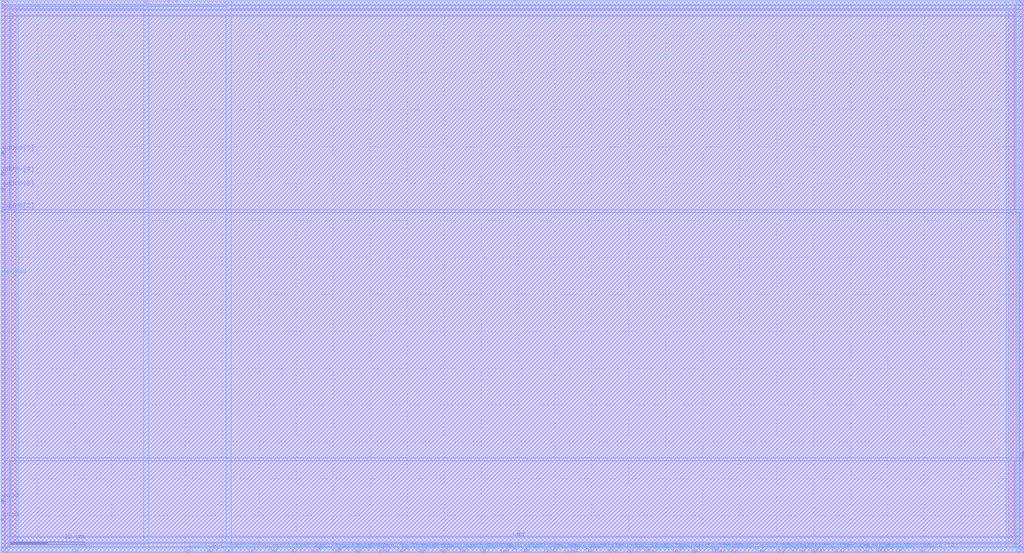
<source format=lef>
VERSION 5.4 ;
NAMESCASESENSITIVE ON ;
BUSBITCHARS "[]" ;
DIVIDERCHAR "/" ;
UNITS
  DATABASE MICRONS 2000 ;
END UNITS
MACRO SRAM_32x128_1rw
   CLASS BLOCK ;
   SIZE 138.46 BY 74.9 ;
   SYMMETRY X Y R90 ;
   PIN din0[0]
      DIRECTION INPUT ;
      PORT
         LAYER metal4 ;
         RECT  30.8 0.0 30.94 0.42 ;
      END
   END din0[0]
   PIN din0[1]
      DIRECTION INPUT ;
      PORT
         LAYER metal4 ;
         RECT  33.88 0.0 34.02 0.42 ;
      END
   END din0[1]
   PIN din0[2]
      DIRECTION INPUT ;
      PORT
         LAYER metal4 ;
         RECT  36.96 0.0 37.1 0.42 ;
      END
   END din0[2]
   PIN din0[3]
      DIRECTION INPUT ;
      PORT
         LAYER metal4 ;
         RECT  39.48 0.0 39.62 0.42 ;
      END
   END din0[3]
   PIN din0[4]
      DIRECTION INPUT ;
      PORT
         LAYER metal4 ;
         RECT  42.28 0.0 42.42 0.42 ;
      END
   END din0[4]
   PIN din0[5]
      DIRECTION INPUT ;
      PORT
         LAYER metal4 ;
         RECT  45.36 0.0 45.5 0.42 ;
      END
   END din0[5]
   PIN din0[6]
      DIRECTION INPUT ;
      PORT
         LAYER metal4 ;
         RECT  48.16 0.0 48.3 0.42 ;
      END
   END din0[6]
   PIN din0[7]
      DIRECTION INPUT ;
      PORT
         LAYER metal4 ;
         RECT  51.24 0.0 51.38 0.42 ;
      END
   END din0[7]
   PIN din0[8]
      DIRECTION INPUT ;
      PORT
         LAYER metal4 ;
         RECT  54.04 0.0 54.18 0.42 ;
      END
   END din0[8]
   PIN din0[9]
      DIRECTION INPUT ;
      PORT
         LAYER metal4 ;
         RECT  56.84 0.0 56.98 0.42 ;
      END
   END din0[9]
   PIN din0[10]
      DIRECTION INPUT ;
      PORT
         LAYER metal4 ;
         RECT  59.64 0.0 59.78 0.42 ;
      END
   END din0[10]
   PIN din0[11]
      DIRECTION INPUT ;
      PORT
         LAYER metal4 ;
         RECT  62.72 0.0 62.86 0.42 ;
      END
   END din0[11]
   PIN din0[12]
      DIRECTION INPUT ;
      PORT
         LAYER metal4 ;
         RECT  65.24 0.0 65.38 0.42 ;
      END
   END din0[12]
   PIN din0[13]
      DIRECTION INPUT ;
      PORT
         LAYER metal4 ;
         RECT  68.32 0.0 68.46 0.42 ;
      END
   END din0[13]
   PIN din0[14]
      DIRECTION INPUT ;
      PORT
         LAYER metal4 ;
         RECT  71.12 0.0 71.26 0.42 ;
      END
   END din0[14]
   PIN din0[15]
      DIRECTION INPUT ;
      PORT
         LAYER metal4 ;
         RECT  73.92 0.0 74.06 0.42 ;
      END
   END din0[15]
   PIN din0[16]
      DIRECTION INPUT ;
      PORT
         LAYER metal4 ;
         RECT  76.72 0.0 76.86 0.42 ;
      END
   END din0[16]
   PIN din0[17]
      DIRECTION INPUT ;
      PORT
         LAYER metal4 ;
         RECT  79.8 0.0 79.94 0.42 ;
      END
   END din0[17]
   PIN din0[18]
      DIRECTION INPUT ;
      PORT
         LAYER metal4 ;
         RECT  82.32 0.0 82.46 0.42 ;
      END
   END din0[18]
   PIN din0[19]
      DIRECTION INPUT ;
      PORT
         LAYER metal4 ;
         RECT  85.12 0.0 85.26 0.42 ;
      END
   END din0[19]
   PIN din0[20]
      DIRECTION INPUT ;
      PORT
         LAYER metal4 ;
         RECT  88.2 0.0 88.34 0.42 ;
      END
   END din0[20]
   PIN din0[21]
      DIRECTION INPUT ;
      PORT
         LAYER metal4 ;
         RECT  91.28 0.0 91.42 0.42 ;
      END
   END din0[21]
   PIN din0[22]
      DIRECTION INPUT ;
      PORT
         LAYER metal4 ;
         RECT  94.08 0.0 94.22 0.42 ;
      END
   END din0[22]
   PIN din0[23]
      DIRECTION INPUT ;
      PORT
         LAYER metal4 ;
         RECT  96.6 0.0 96.74 0.42 ;
      END
   END din0[23]
   PIN din0[24]
      DIRECTION INPUT ;
      PORT
         LAYER metal4 ;
         RECT  99.4 0.0 99.54 0.42 ;
      END
   END din0[24]
   PIN din0[25]
      DIRECTION INPUT ;
      PORT
         LAYER metal4 ;
         RECT  102.76 0.0 102.9 0.42 ;
      END
   END din0[25]
   PIN din0[26]
      DIRECTION INPUT ;
      PORT
         LAYER metal4 ;
         RECT  105.28 0.0 105.42 0.42 ;
      END
   END din0[26]
   PIN din0[27]
      DIRECTION INPUT ;
      PORT
         LAYER metal4 ;
         RECT  108.36 0.0 108.5 0.42 ;
      END
   END din0[27]
   PIN din0[28]
      DIRECTION INPUT ;
      PORT
         LAYER metal4 ;
         RECT  110.88 0.0 111.02 0.42 ;
      END
   END din0[28]
   PIN din0[29]
      DIRECTION INPUT ;
      PORT
         LAYER metal4 ;
         RECT  113.68 0.0 113.82 0.42 ;
      END
   END din0[29]
   PIN din0[30]
      DIRECTION INPUT ;
      PORT
         LAYER metal4 ;
         RECT  117.04 0.0 117.18 0.42 ;
      END
   END din0[30]
   PIN din0[31]
      DIRECTION INPUT ;
      PORT
         LAYER metal4 ;
         RECT  119.56 0.0 119.7 0.42 ;
      END
   END din0[31]
   PIN addr0[0]
      DIRECTION INPUT ;
      PORT
         LAYER metal4 ;
         RECT  25.2 0.0 25.34 0.42 ;
      END
   END addr0[0]
   PIN addr0[1]
      DIRECTION INPUT ;
      PORT
         LAYER metal4 ;
         RECT  28.28 0.0 28.42 0.42 ;
      END
   END addr0[1]
   PIN addr0[2]
      DIRECTION INPUT ;
      PORT
         LAYER metal3 ;
         RECT  0.0 46.2 0.42 46.34 ;
      END
   END addr0[2]
   PIN addr0[3]
      DIRECTION INPUT ;
      PORT
         LAYER metal3 ;
         RECT  0.0 49.28 0.42 49.42 ;
      END
   END addr0[3]
   PIN addr0[4]
      DIRECTION INPUT ;
      PORT
         LAYER metal3 ;
         RECT  0.0 51.24 0.42 51.38 ;
      END
   END addr0[4]
   PIN addr0[5]
      DIRECTION INPUT ;
      PORT
         LAYER metal3 ;
         RECT  0.0 54.04 0.42 54.18 ;
      END
   END addr0[5]
   PIN addr0[6]
      DIRECTION INPUT ;
      PORT
         LAYER metal4 ;
         RECT  19.6 74.2 19.74 74.62 ;
      END
   END addr0[6]
   PIN csb0
      DIRECTION INPUT ;
      PORT
         LAYER metal3 ;
         RECT  0.0 4.48 0.42 4.62 ;
      END
   END csb0
   PIN web0
      DIRECTION INPUT ;
      PORT
         LAYER metal3 ;
         RECT  0.0 7.0 0.42 7.14 ;
      END
   END web0
   PIN clk0
      DIRECTION INPUT ;
      PORT
         LAYER metal4 ;
         RECT  10.08 0.0 10.22 0.42 ;
      END
   END clk0
   PIN dout0[0]
      DIRECTION OUTPUT ;
      PORT
         LAYER metal4 ;
         RECT  42.84 0.0 42.98 0.42 ;
      END
   END dout0[0]
   PIN dout0[1]
      DIRECTION OUTPUT ;
      PORT
         LAYER metal4 ;
         RECT  45.64 0.0 45.78 0.42 ;
      END
   END dout0[1]
   PIN dout0[2]
      DIRECTION OUTPUT ;
      PORT
         LAYER metal4 ;
         RECT  48.44 0.0 48.58 0.42 ;
      END
   END dout0[2]
   PIN dout0[3]
      DIRECTION OUTPUT ;
      PORT
         LAYER metal4 ;
         RECT  52.08 0.0 52.22 0.42 ;
      END
   END dout0[3]
   PIN dout0[4]
      DIRECTION OUTPUT ;
      PORT
         LAYER metal4 ;
         RECT  54.32 0.0 54.46 0.42 ;
      END
   END dout0[4]
   PIN dout0[5]
      DIRECTION OUTPUT ;
      PORT
         LAYER metal4 ;
         RECT  57.12 0.0 57.26 0.42 ;
      END
   END dout0[5]
   PIN dout0[6]
      DIRECTION OUTPUT ;
      PORT
         LAYER metal4 ;
         RECT  59.92 0.0 60.06 0.42 ;
      END
   END dout0[6]
   PIN dout0[7]
      DIRECTION OUTPUT ;
      PORT
         LAYER metal4 ;
         RECT  62.44 0.0 62.58 0.42 ;
      END
   END dout0[7]
   PIN dout0[8]
      DIRECTION OUTPUT ;
      PORT
         LAYER metal4 ;
         RECT  65.52 0.0 65.66 0.42 ;
      END
   END dout0[8]
   PIN dout0[9]
      DIRECTION OUTPUT ;
      PORT
         LAYER metal4 ;
         RECT  68.04 0.0 68.18 0.42 ;
      END
   END dout0[9]
   PIN dout0[10]
      DIRECTION OUTPUT ;
      PORT
         LAYER metal4 ;
         RECT  70.84 0.0 70.98 0.42 ;
      END
   END dout0[10]
   PIN dout0[11]
      DIRECTION OUTPUT ;
      PORT
         LAYER metal4 ;
         RECT  74.76 0.0 74.9 0.42 ;
      END
   END dout0[11]
   PIN dout0[12]
      DIRECTION OUTPUT ;
      PORT
         LAYER metal4 ;
         RECT  77.56 0.0 77.7 0.42 ;
      END
   END dout0[12]
   PIN dout0[13]
      DIRECTION OUTPUT ;
      PORT
         LAYER metal4 ;
         RECT  79.52 0.0 79.66 0.42 ;
      END
   END dout0[13]
   PIN dout0[14]
      DIRECTION OUTPUT ;
      PORT
         LAYER metal4 ;
         RECT  83.16 0.0 83.3 0.42 ;
      END
   END dout0[14]
   PIN dout0[15]
      DIRECTION OUTPUT ;
      PORT
         LAYER metal4 ;
         RECT  85.96 0.0 86.1 0.42 ;
      END
   END dout0[15]
   PIN dout0[16]
      DIRECTION OUTPUT ;
      PORT
         LAYER metal4 ;
         RECT  87.36 0.0 87.5 0.42 ;
      END
   END dout0[16]
   PIN dout0[17]
      DIRECTION OUTPUT ;
      PORT
         LAYER metal4 ;
         RECT  91.56 0.0 91.7 0.42 ;
      END
   END dout0[17]
   PIN dout0[18]
      DIRECTION OUTPUT ;
      PORT
         LAYER metal4 ;
         RECT  93.8 0.0 93.94 0.42 ;
      END
   END dout0[18]
   PIN dout0[19]
      DIRECTION OUTPUT ;
      PORT
         LAYER metal4 ;
         RECT  97.44 0.0 97.58 0.42 ;
      END
   END dout0[19]
   PIN dout0[20]
      DIRECTION OUTPUT ;
      PORT
         LAYER metal4 ;
         RECT  98.84 0.0 98.98 0.42 ;
      END
   END dout0[20]
   PIN dout0[21]
      DIRECTION OUTPUT ;
      PORT
         LAYER metal4 ;
         RECT  103.04 0.0 103.18 0.42 ;
      END
   END dout0[21]
   PIN dout0[22]
      DIRECTION OUTPUT ;
      PORT
         LAYER metal4 ;
         RECT  105.84 0.0 105.98 0.42 ;
      END
   END dout0[22]
   PIN dout0[23]
      DIRECTION OUTPUT ;
      PORT
         LAYER metal4 ;
         RECT  107.24 0.0 107.38 0.42 ;
      END
   END dout0[23]
   PIN dout0[24]
      DIRECTION OUTPUT ;
      PORT
         LAYER metal4 ;
         RECT  110.04 0.0 110.18 0.42 ;
      END
   END dout0[24]
   PIN dout0[25]
      DIRECTION OUTPUT ;
      PORT
         LAYER metal4 ;
         RECT  113.12 0.0 113.26 0.42 ;
      END
   END dout0[25]
   PIN dout0[26]
      DIRECTION OUTPUT ;
      PORT
         LAYER metal4 ;
         RECT  115.92 0.0 116.06 0.42 ;
      END
   END dout0[26]
   PIN dout0[27]
      DIRECTION OUTPUT ;
      PORT
         LAYER metal4 ;
         RECT  118.72 0.0 118.86 0.42 ;
      END
   END dout0[27]
   PIN dout0[28]
      DIRECTION OUTPUT ;
      PORT
         LAYER metal4 ;
         RECT  121.52 0.0 121.66 0.42 ;
      END
   END dout0[28]
   PIN dout0[29]
      DIRECTION OUTPUT ;
      PORT
         LAYER metal4 ;
         RECT  124.6 0.0 124.74 0.42 ;
      END
   END dout0[29]
   PIN dout0[30]
      DIRECTION OUTPUT ;
      PORT
         LAYER metal3 ;
         RECT  138.04 12.6 138.46 12.74 ;
      END
   END dout0[30]
   PIN dout0[31]
      DIRECTION OUTPUT ;
      PORT
         LAYER metal3 ;
         RECT  138.04 12.88 138.46 13.02 ;
      END
   END dout0[31]
   PIN vdd
      DIRECTION INOUT ;
      USE POWER ; 
      SHAPE ABUTMENT ; 
      PORT
         LAYER metal3 ;
         RECT  1.4 72.8 137.06 73.5 ;
         LAYER metal4 ;
         RECT  136.36 1.4 137.06 73.5 ;
         LAYER metal4 ;
         RECT  1.4 1.4 2.1 73.5 ;
         LAYER metal3 ;
         RECT  1.4 1.4 137.06 2.1 ;
      END
   END vdd
   PIN gnd
      DIRECTION INOUT ;
      USE GROUND ; 
      SHAPE ABUTMENT ; 
      PORT
         LAYER metal4 ;
         RECT  137.76 0.0 138.46 74.9 ;
         LAYER metal3 ;
         RECT  0.0 0.0 138.46 0.7 ;
         LAYER metal4 ;
         RECT  0.0 0.0 0.7 74.9 ;
         LAYER metal3 ;
         RECT  0.0 74.2 138.46 74.9 ;
      END
   END gnd
   OBS
   LAYER  metal1 ;
      RECT  0.14 0.14 138.32 74.76 ;
   LAYER  metal2 ;
      RECT  0.14 0.14 138.32 74.76 ;
   LAYER  metal3 ;
      RECT  0.56 46.06 138.32 46.48 ;
      RECT  0.14 46.48 0.56 49.14 ;
      RECT  0.14 49.56 0.56 51.1 ;
      RECT  0.14 51.52 0.56 53.9 ;
      RECT  0.14 4.76 0.56 6.86 ;
      RECT  0.14 7.28 0.56 46.06 ;
      RECT  0.56 12.46 137.9 12.88 ;
      RECT  0.56 12.88 137.9 46.06 ;
      RECT  137.9 13.16 138.32 46.06 ;
      RECT  0.56 46.48 1.26 72.66 ;
      RECT  0.56 72.66 1.26 73.64 ;
      RECT  1.26 46.48 137.2 72.66 ;
      RECT  137.2 46.48 138.32 72.66 ;
      RECT  137.2 72.66 138.32 73.64 ;
      RECT  0.56 1.26 1.26 2.24 ;
      RECT  0.56 2.24 1.26 12.46 ;
      RECT  1.26 2.24 137.2 12.46 ;
      RECT  137.2 1.26 137.9 2.24 ;
      RECT  137.2 2.24 137.9 12.46 ;
      RECT  0.14 0.84 0.56 4.34 ;
      RECT  137.9 0.84 138.32 12.46 ;
      RECT  0.56 0.84 1.26 1.26 ;
      RECT  1.26 0.84 137.2 1.26 ;
      RECT  137.2 0.84 137.9 1.26 ;
      RECT  0.14 54.32 0.56 74.06 ;
      RECT  0.56 73.64 1.26 74.06 ;
      RECT  1.26 73.64 137.2 74.06 ;
      RECT  137.2 73.64 138.32 74.06 ;
   LAYER  metal4 ;
      RECT  30.52 0.7 31.22 74.76 ;
      RECT  31.22 0.14 33.6 0.7 ;
      RECT  34.3 0.14 36.68 0.7 ;
      RECT  37.38 0.14 39.2 0.7 ;
      RECT  39.9 0.14 42.0 0.7 ;
      RECT  63.14 0.14 64.96 0.7 ;
      RECT  71.54 0.14 73.64 0.7 ;
      RECT  80.22 0.14 82.04 0.7 ;
      RECT  88.62 0.14 91.0 0.7 ;
      RECT  94.5 0.14 96.32 0.7 ;
      RECT  99.82 0.14 102.48 0.7 ;
      RECT  25.62 0.14 28.0 0.7 ;
      RECT  28.7 0.14 30.52 0.7 ;
      RECT  19.32 0.7 20.02 73.92 ;
      RECT  20.02 0.7 30.52 73.92 ;
      RECT  20.02 73.92 30.52 74.76 ;
      RECT  10.5 0.14 24.92 0.7 ;
      RECT  43.26 0.14 45.08 0.7 ;
      RECT  46.06 0.14 47.88 0.7 ;
      RECT  48.86 0.14 50.96 0.7 ;
      RECT  51.66 0.14 51.8 0.7 ;
      RECT  52.5 0.14 53.76 0.7 ;
      RECT  54.74 0.14 56.56 0.7 ;
      RECT  57.54 0.14 59.36 0.7 ;
      RECT  60.34 0.14 62.16 0.7 ;
      RECT  65.94 0.14 67.76 0.7 ;
      RECT  68.74 0.14 70.56 0.7 ;
      RECT  74.34 0.14 74.48 0.7 ;
      RECT  75.18 0.14 76.44 0.7 ;
      RECT  77.14 0.14 77.28 0.7 ;
      RECT  77.98 0.14 79.24 0.7 ;
      RECT  82.74 0.14 82.88 0.7 ;
      RECT  83.58 0.14 84.84 0.7 ;
      RECT  85.54 0.14 85.68 0.7 ;
      RECT  86.38 0.14 87.08 0.7 ;
      RECT  87.78 0.14 87.92 0.7 ;
      RECT  91.98 0.14 93.52 0.7 ;
      RECT  97.02 0.14 97.16 0.7 ;
      RECT  97.86 0.14 98.56 0.7 ;
      RECT  103.46 0.14 105.0 0.7 ;
      RECT  106.26 0.14 106.96 0.7 ;
      RECT  107.66 0.14 108.08 0.7 ;
      RECT  108.78 0.14 109.76 0.7 ;
      RECT  110.46 0.14 110.6 0.7 ;
      RECT  111.3 0.14 112.84 0.7 ;
      RECT  114.1 0.14 115.64 0.7 ;
      RECT  116.34 0.14 116.76 0.7 ;
      RECT  117.46 0.14 118.44 0.7 ;
      RECT  119.14 0.14 119.28 0.7 ;
      RECT  119.98 0.14 121.24 0.7 ;
      RECT  121.94 0.14 124.32 0.7 ;
      RECT  31.22 0.7 136.08 1.12 ;
      RECT  31.22 1.12 136.08 73.78 ;
      RECT  31.22 73.78 136.08 74.76 ;
      RECT  136.08 0.7 137.34 1.12 ;
      RECT  136.08 73.78 137.34 74.76 ;
      RECT  1.12 0.7 2.38 1.12 ;
      RECT  1.12 73.78 2.38 73.92 ;
      RECT  2.38 0.7 19.32 1.12 ;
      RECT  2.38 1.12 19.32 73.78 ;
      RECT  2.38 73.78 19.32 73.92 ;
      RECT  125.02 0.14 137.48 0.7 ;
      RECT  137.34 0.7 137.48 1.12 ;
      RECT  137.34 1.12 137.48 73.78 ;
      RECT  137.34 73.78 137.48 74.76 ;
      RECT  0.98 73.92 19.32 74.76 ;
      RECT  0.98 0.14 9.8 0.7 ;
      RECT  0.98 0.7 1.12 1.12 ;
      RECT  0.98 1.12 1.12 73.78 ;
      RECT  0.98 73.78 1.12 73.92 ;
   END
END    SRAM_32x128_1rw
END    LIBRARY

</source>
